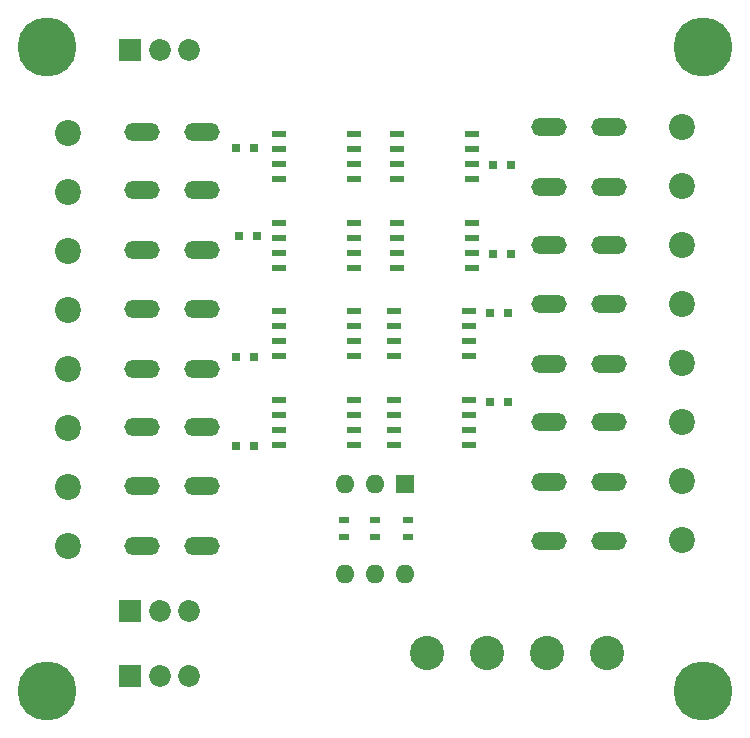
<source format=gbr>
G04 #@! TF.FileFunction,Soldermask,Bot*
%FSLAX46Y46*%
G04 Gerber Fmt 4.6, Leading zero omitted, Abs format (unit mm)*
G04 Created by KiCad (PCBNEW 4.0.4-stable) date Wednesday, 26 April 2017 'PMt' 10:40:54 PM*
%MOMM*%
%LPD*%
G01*
G04 APERTURE LIST*
%ADD10C,0.100000*%
%ADD11C,5.000000*%
%ADD12C,2.200000*%
%ADD13R,1.143000X0.508000*%
%ADD14R,1.600000X1.600000*%
%ADD15O,1.600000X1.600000*%
%ADD16R,1.850000X1.850000*%
%ADD17C,1.850000*%
%ADD18R,0.800000X0.750000*%
%ADD19O,2.999740X1.501140*%
%ADD20R,0.900000X0.500000*%
%ADD21C,2.900000*%
G04 APERTURE END LIST*
D10*
D11*
X98750000Y-116750000D03*
X43250000Y-116750000D03*
X43250000Y-62250000D03*
D12*
X45000000Y-104500000D03*
X45000000Y-99500000D03*
X45000000Y-94500000D03*
X45000000Y-89500000D03*
X45000000Y-84500000D03*
X45000000Y-79500000D03*
X45000000Y-74500000D03*
X45000000Y-69500000D03*
X97000000Y-104000000D03*
X97000000Y-99000000D03*
X97000000Y-94000000D03*
X97000000Y-89000000D03*
X97000000Y-84000000D03*
X97000000Y-79000000D03*
X97000000Y-74000000D03*
D13*
X78925000Y-95905000D03*
X78925000Y-94635000D03*
X78925000Y-93365000D03*
X78925000Y-92095000D03*
X72575000Y-92095000D03*
X72575000Y-93365000D03*
X72575000Y-94635000D03*
X72575000Y-95905000D03*
X78925000Y-88405000D03*
X78925000Y-87135000D03*
X78925000Y-85865000D03*
X78925000Y-84595000D03*
X72575000Y-84595000D03*
X72575000Y-85865000D03*
X72575000Y-87135000D03*
X72575000Y-88405000D03*
X79175000Y-80905000D03*
X79175000Y-79635000D03*
X79175000Y-78365000D03*
X79175000Y-77095000D03*
X72825000Y-77095000D03*
X72825000Y-78365000D03*
X72825000Y-79635000D03*
X72825000Y-80905000D03*
X79175000Y-73405000D03*
X79175000Y-72135000D03*
X79175000Y-70865000D03*
X79175000Y-69595000D03*
X72825000Y-69595000D03*
X72825000Y-70865000D03*
X72825000Y-72135000D03*
X72825000Y-73405000D03*
X62825000Y-69595000D03*
X62825000Y-70865000D03*
X62825000Y-72135000D03*
X62825000Y-73405000D03*
X69175000Y-73405000D03*
X69175000Y-72135000D03*
X69175000Y-70865000D03*
X69175000Y-69595000D03*
X62825000Y-77095000D03*
X62825000Y-78365000D03*
X62825000Y-79635000D03*
X62825000Y-80905000D03*
X69175000Y-80905000D03*
X69175000Y-79635000D03*
X69175000Y-78365000D03*
X69175000Y-77095000D03*
X62825000Y-84595000D03*
X62825000Y-85865000D03*
X62825000Y-87135000D03*
X62825000Y-88405000D03*
X69175000Y-88405000D03*
X69175000Y-87135000D03*
X69175000Y-85865000D03*
X69175000Y-84595000D03*
X62825000Y-92095000D03*
X62825000Y-93365000D03*
X62825000Y-94635000D03*
X62825000Y-95905000D03*
X69175000Y-95905000D03*
X69175000Y-94635000D03*
X69175000Y-93365000D03*
X69175000Y-92095000D03*
D14*
X73500000Y-99250000D03*
D15*
X68420000Y-106870000D03*
X70960000Y-99250000D03*
X70960000Y-106870000D03*
X68420000Y-99250000D03*
X73500000Y-106870000D03*
D16*
X50250000Y-110000000D03*
D17*
X52750000Y-110000000D03*
X55250000Y-110000000D03*
D18*
X80750000Y-92250000D03*
X82250000Y-92250000D03*
X80750000Y-84750000D03*
X82250000Y-84750000D03*
X81000000Y-79750000D03*
X82500000Y-79750000D03*
X81000000Y-72250000D03*
X82500000Y-72250000D03*
X60750000Y-70750000D03*
X59250000Y-70750000D03*
X61000000Y-78250000D03*
X59500000Y-78250000D03*
X60750000Y-88500000D03*
X59250000Y-88500000D03*
X60750000Y-96000000D03*
X59250000Y-96000000D03*
D19*
X90790000Y-104030000D03*
X85710000Y-104030000D03*
X90790000Y-99077000D03*
X85710000Y-99077000D03*
X90790000Y-93997000D03*
X85710000Y-93997000D03*
X90790000Y-89044000D03*
X85710000Y-89044000D03*
X90790000Y-83964000D03*
X85710000Y-83964000D03*
X90790000Y-79011000D03*
X85710000Y-79011000D03*
X90790000Y-74058000D03*
X85710000Y-74058000D03*
X90790000Y-68978000D03*
X85710000Y-68978000D03*
D20*
X73750000Y-102250000D03*
X73750000Y-103750000D03*
X71000000Y-102250000D03*
X71000000Y-103750000D03*
X68400000Y-102250000D03*
X68400000Y-103750000D03*
D16*
X50250000Y-115500000D03*
D17*
X52750000Y-115500000D03*
X55250000Y-115500000D03*
D16*
X50250000Y-62500000D03*
D17*
X52750000Y-62500000D03*
X55250000Y-62500000D03*
D21*
X75380000Y-113500000D03*
X80460000Y-113500000D03*
X85540000Y-113500000D03*
X90620000Y-113500000D03*
D19*
X51260000Y-69420000D03*
X56340000Y-69420000D03*
X51260000Y-74373000D03*
X56340000Y-74373000D03*
X51260000Y-79453000D03*
X56340000Y-79453000D03*
X51260000Y-84406000D03*
X56340000Y-84406000D03*
X51260000Y-89486000D03*
X56340000Y-89486000D03*
X51260000Y-94439000D03*
X56340000Y-94439000D03*
X51260000Y-99392000D03*
X56340000Y-99392000D03*
X51260000Y-104472000D03*
X56340000Y-104472000D03*
D12*
X97000000Y-69000000D03*
D11*
X98750000Y-62250000D03*
M02*

</source>
